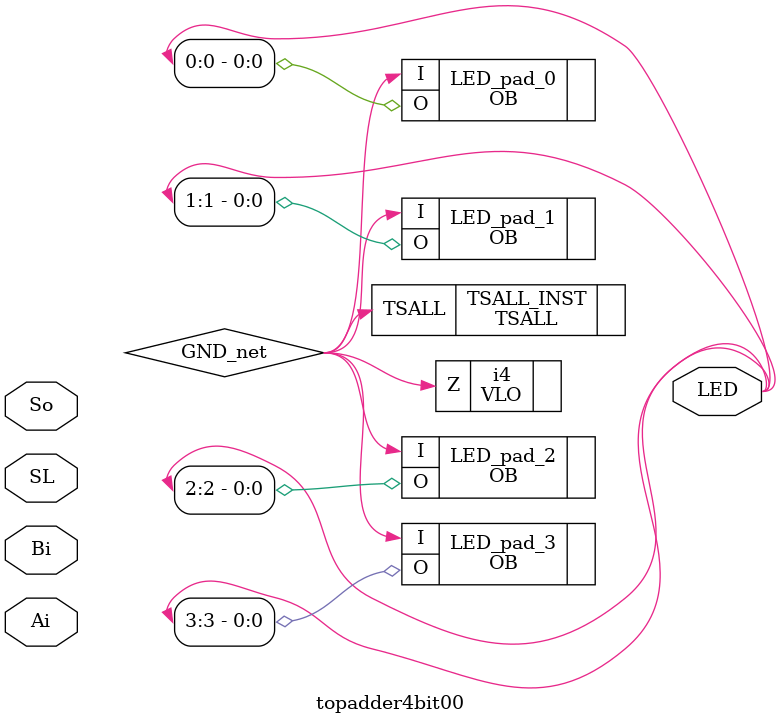
<source format=v>

module topadder4bit00 (Ai, Bi, SL, So, LED);   // /home/nexus/Code/VHDL/Arquitectura/adder4bit00/topadder4bit00.vhdl(6[8:22])
    input [3:0]Ai;   // /home/nexus/Code/VHDL/Arquitectura/adder4bit00/topadder4bit00.vhdl(8[4:6])
    input [3:0]Bi;   // /home/nexus/Code/VHDL/Arquitectura/adder4bit00/topadder4bit00.vhdl(9[4:6])
    input [3:0]SL;   // /home/nexus/Code/VHDL/Arquitectura/adder4bit00/topadder4bit00.vhdl(10[4:6])
    input [3:0]So;   // /home/nexus/Code/VHDL/Arquitectura/adder4bit00/topadder4bit00.vhdl(11[4:6])
    output [3:0]LED;   // /home/nexus/Code/VHDL/Arquitectura/adder4bit00/topadder4bit00.vhdl(12[4:7])
    
    
    wire GND_net, VCC_net;
    
    VHI i12 (.Z(VCC_net));
    OB LED_pad_3 (.I(GND_net), .O(LED[3]));   // /home/nexus/Code/VHDL/Arquitectura/adder4bit00/topadder4bit00.vhdl(12[4:7])
    OB LED_pad_2 (.I(GND_net), .O(LED[2]));   // /home/nexus/Code/VHDL/Arquitectura/adder4bit00/topadder4bit00.vhdl(12[4:7])
    OB LED_pad_1 (.I(GND_net), .O(LED[1]));   // /home/nexus/Code/VHDL/Arquitectura/adder4bit00/topadder4bit00.vhdl(12[4:7])
    OB LED_pad_0 (.I(GND_net), .O(LED[0]));   // /home/nexus/Code/VHDL/Arquitectura/adder4bit00/topadder4bit00.vhdl(12[4:7])
    GSR GSR_INST (.GSR(VCC_net));
    TSALL TSALL_INST (.TSALL(GND_net));
    PUR PUR_INST (.PUR(VCC_net));
    defparam PUR_INST.RST_PULSE = 1;
    VLO i4 (.Z(GND_net));
    
endmodule
//
// Verilog Description of module TSALL
// module not written out since it is a black-box. 
//

//
// Verilog Description of module PUR
// module not written out since it is a black-box. 
//


</source>
